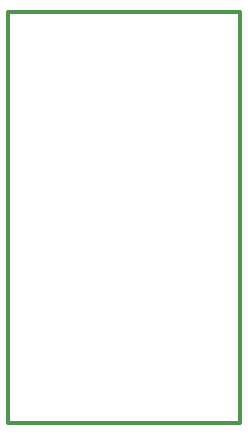
<source format=gko>
%FSLAX35Y35*%
%MOIN*%
%TF.FileFunction,Profile,NP*%
%ADD10C,0.00591*%
%ADD11C,0.00214*%
%ADD12C,0.00384*%
%ADD13C,0.00409*%
%ADD14C,0.00512*%
%ADD15C,0.00650*%
%ADD16C,0.00768*%
%ADD17C,0.01181*%
%ADD18C,0.01575*%
%ADD19C,0.01969*%
%ADD20C,0.02362*%
%ADD21C,0.03150*%
%ADD22C,0.03937*%
%AMR_23*21,1,0.03200,0.03800,0,0,90.000*%
%ADD23R_23*%
%AMR_24*21,1,0.03200,0.03800,0,0,180.000*%
%ADD24R_24*%
%AMR_25*21,1,0.04409,0.06299,0,0,90.000*%
%ADD25R_25*%
%AMR_26*21,1,0.05000,0.05000,0,0,180.000*%
%ADD26R_26*%
%AMR_27*21,1,0.07874,0.09449,0,0,90.000*%
%ADD27R_27*%
%AMR_28*21,1,0.19685,0.19685,0,0,0.000*%
%ADD28R_28*%
%AMOCT_29*4,1,8,0.031496,0.023622,0.015748,0.039370,-0.015748,0.039370,-0.031496,0.023622,-0.031496,-0.023622,-0.015748,-0.039370,0.015748,-0.039370,0.031496,-0.023622,0.031496,0.023622,270.000*%
%ADD29OCT_29*%
%AMOCT_30*4,1,8,0.039370,0.009843,0.029528,0.019685,-0.029528,0.019685,-0.039370,0.009843,-0.039370,-0.009843,-0.029528,-0.019685,0.029528,-0.019685,0.039370,-0.009843,0.039370,0.009843,0.000*%
%ADD30OCT_30*%
%AMOCT_31*4,1,8,0.039370,0.009843,0.029528,0.019685,-0.029528,0.019685,-0.039370,0.009843,-0.039370,-0.009843,-0.029528,-0.019685,0.029528,-0.019685,0.039370,-0.009843,0.039370,0.009843,90.000*%
%ADD31OCT_31*%
%ADD32O,0.02559X0.04173*%
%AMRR_33*21,1,0.02559,0.03661,0,0,180.000*21,1,0.02047,0.04173,0,0,180.000*1,1,0.00512,-0.01024,-0.01831*1,1,0.00512,0.01024,0.01831*1,1,0.00512,-0.01024,0.01831*1,1,0.00512,0.01024,-0.01831*%
%ADD33RR_33*%
%AMRR_34*21,1,0.06299,0.06929,0,0,180.000*21,1,0.05354,0.07874,0,0,180.000*1,1,0.00945,-0.02677,-0.03465*1,1,0.00945,0.02677,0.03465*1,1,0.00945,-0.02677,0.03465*1,1,0.00945,0.02677,-0.03465*%
%ADD34RR_34*%
%AMRR_35*21,1,0.06299,0.06614,0,0,270.000*21,1,0.05039,0.07874,0,0,270.000*1,1,0.01260,0.03307,-0.02520*1,1,0.01260,-0.03307,0.02520*1,1,0.01260,-0.03307,-0.02520*1,1,0.01260,0.03307,0.02520*%
%ADD35RR_35*%
%AMRR_36*21,1,0.23622,0.06457,0,0,90.000*21,1,0.22205,0.07874,0,0,90.000*1,1,0.01417,-0.03228,0.11102*1,1,0.01417,0.03228,-0.11102*1,1,0.01417,0.03228,0.11102*1,1,0.01417,-0.03228,-0.11102*%
%ADD36RR_36*%
G54D17*
X0Y0D02*
X77490Y0D01*
X77490Y136875D01*
X0Y136875D02*
X77490Y136875D01*
X0Y0D02*
X0Y136875D01*
M02*

</source>
